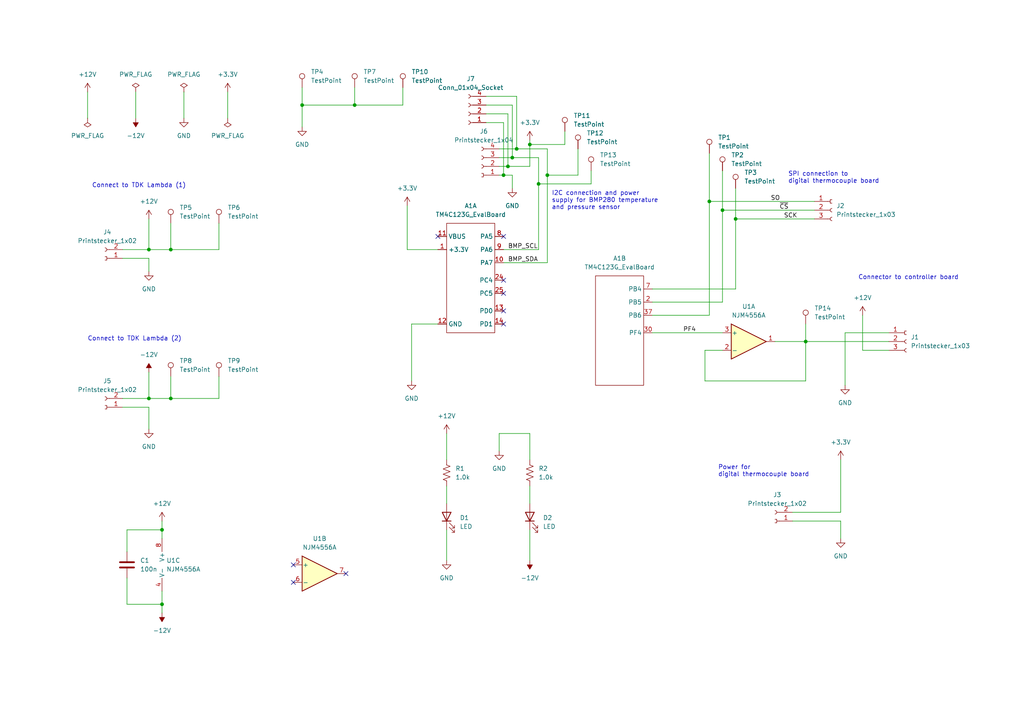
<source format=kicad_sch>
(kicad_sch (version 20230121) (generator eeschema)
  (paper "A4")
  (title_block (title "Reflow Oven Tiva and Impedance Converter") (date "2024-10-05") (rev "1.0.0") (company "Philipp Rapp"))
  (lib_symbols
    (symbol "Amplifier_Operational:NJM4556A" (pin_names (offset 0.127))
      (property "Reference" "U" (at 0 5.08 0))
      (property "Value" "NJM4556A" (at 0 -5.08 0))
      (symbol "NJM4556A_1_1"
        (polyline (pts (xy -5.08 5.08) (xy 5.08 0) (xy -5.08 -5.08) (xy -5.08 5.08)) (stroke (width 0.254)) (fill (type background)))
        (pin output line (at 7.62 0 180) (length 2.54) (name "~") (number "1"))
        (pin input line (at -7.62 -2.54 0) (length 2.54) (name "-") (number "2"))
        (pin input line (at -7.62 2.54 0) (length 2.54) (name "+") (number "3"))
      )
      (symbol "NJM4556A_2_1"
        (polyline (pts (xy -5.08 5.08) (xy 5.08 0) (xy -5.08 -5.08) (xy -5.08 5.08)) (stroke (width 0.254)) (fill (type background)))
        (pin input line (at -7.62 2.54 0) (length 2.54) (name "+") (number "5"))
        (pin input line (at -7.62 -2.54 0) (length 2.54) (name "-") (number "6"))
        (pin output line (at 7.62 0 180) (length 2.54) (name "~") (number "7"))
      )
      (symbol "NJM4556A_3_1"
        (pin power_in line (at -2.54 -7.62 90) (length 3.81) (name "V-") (number "4"))
        (pin power_in line (at -2.54 7.62 270) (length 3.81) (name "V+") (number "8"))
      )
    )
    (symbol "Connector:Conn_01x04_Socket" (pin_names (offset 1.016) hide)
      (property "Reference" "J" (at 0 5.08 0))
      (property "Value" "Conn_01x04_Socket" (at 0 -7.62 0))
      (symbol "Conn_01x04_Socket_1_1"
        (arc (start 0 -4.572) (mid -0.5058 -5.08) (end 0 -5.588) (stroke (width 0.1524)))
        (arc (start 0 -2.032) (mid -0.5058 -2.54) (end 0 -3.048) (stroke (width 0.1524)))
        (polyline (pts (xy -1.27 -5.08) (xy -0.508 -5.08)) (stroke (width 0.1524)))
        (polyline (pts (xy -1.27 -2.54) (xy -0.508 -2.54)) (stroke (width 0.1524)))
        (polyline (pts (xy -1.27 0) (xy -0.508 0)) (stroke (width 0.1524)))
        (polyline (pts (xy -1.27 2.54) (xy -0.508 2.54)) (stroke (width 0.1524)))
        (arc (start 0 0.508) (mid -0.5058 0) (end 0 -0.508) (stroke (width 0.1524)))
        (arc (start 0 3.048) (mid -0.5058 2.54) (end 0 2.032) (stroke (width 0.1524)))
        (pin passive line (at -5.08 2.54 0) (length 3.81) (name "Pin_1") (number "1"))
        (pin passive line (at -5.08 0 0) (length 3.81) (name "Pin_2") (number "2"))
        (pin passive line (at -5.08 -2.54 0) (length 3.81) (name "Pin_3") (number "3"))
        (pin passive line (at -5.08 -5.08 0) (length 3.81) (name "Pin_4") (number "4"))
      )
    )
    (symbol "Connector:TestPoint" (pin_numbers hide) (pin_names (offset 0.762) hide)
      (property "Reference" "TP" (at 0 6.858 0))
      (property "Value" "TestPoint" (at 0 5.08 0))
      (symbol "TestPoint_0_1"
        (circle (center 0 3.302) (radius 0.762))
      )
      (symbol "TestPoint_1_1"
        (pin passive line (at 0 0 90) (length 2.54) (name "1") (number "1"))
      )
    )
    (symbol "Device:C" (pin_numbers hide) (pin_names (offset 0.254))
      (property "Reference" "C" (at 0.635 2.54 0))
      (property "Value" "C" (at 0.635 -2.54 0))
      (symbol "C_0_1"
        (polyline (pts (xy -2.032 -0.762) (xy 2.032 -0.762)) (stroke (width 0.508)))
        (polyline (pts (xy -2.032 0.762) (xy 2.032 0.762)) (stroke (width 0.508)))
      )
      (symbol "C_1_1"
        (pin passive line (at 0 3.81 270) (length 2.794) (name "~") (number "1"))
        (pin passive line (at 0 -3.81 90) (length 2.794) (name "~") (number "2"))
      )
    )
    (symbol "Device:LED" (pin_numbers hide) (pin_names (offset 1.016) hide)
      (property "Reference" "D" (at 0 2.54 0))
      (property "Value" "LED" (at 0 -2.54 0))
      (symbol "LED_0_1"
        (polyline (pts (xy -1.27 -1.27) (xy -1.27 1.27)) (stroke (width 0.254)))
        (polyline (pts (xy -1.27 0) (xy 1.27 0)))
        (polyline (pts (xy 1.27 -1.27) (xy 1.27 1.27) (xy -1.27 0) (xy 1.27 -1.27)) (stroke (width 0.254)))
        (polyline (pts (xy -3.048 -0.762) (xy -4.572 -2.286) (xy -3.81 -2.286) (xy -4.572 -2.286) (xy -4.572 -1.524)))
        (polyline (pts (xy -1.778 -0.762) (xy -3.302 -2.286) (xy -2.54 -2.286) (xy -3.302 -2.286) (xy -3.302 -1.524)))
      )
      (symbol "LED_1_1"
        (pin passive line (at -3.81 0 0) (length 2.54) (name "K") (number "1"))
        (pin passive line (at 3.81 0 180) (length 2.54) (name "A") (number "2"))
      )
    )
    (symbol "Device:R_US" (pin_numbers hide) (pin_names (offset 0))
      (property "Reference" "R" (at 2.54 0 90))
      (property "Value" "R_US" (at -2.54 0 90))
      (symbol "R_US_0_1"
        (polyline (pts (xy 0 -2.286) (xy 0 -2.54)))
        (polyline (pts (xy 0 2.286) (xy 0 2.54)))
        (polyline (pts (xy 0 -0.762) (xy 1.016 -1.143) (xy 0 -1.524) (xy -1.016 -1.905) (xy 0 -2.286)))
        (polyline (pts (xy 0 0.762) (xy 1.016 0.381) (xy 0 0) (xy -1.016 -0.381) (xy 0 -0.762)))
        (polyline (pts (xy 0 2.286) (xy 1.016 1.905) (xy 0 1.524) (xy -1.016 1.143) (xy 0 0.762)))
      )
      (symbol "R_US_1_1"
        (pin passive line (at 0 3.81 270) (length 1.27) (name "~") (number "1"))
        (pin passive line (at 0 -3.81 90) (length 1.27) (name "~") (number "2"))
      )
    )
    (symbol "connectors:printstecker_1x02" (pin_names hide)
      (property "Reference" "J" (at 0 3.81 0))
      (property "Value" "Printstecker_1x02" (at -2.54 -3.81 0))
      (symbol "printstecker_1x02_0_1"
        (polyline (pts (xy 0 1.778) (xy -0.5058 1.778) (xy -0.5058 0.762) (xy 0 0.762)) (stroke (width 0.1524)))
      )
      (symbol "printstecker_1x02_1_1"
        (arc (start 0 -0.762) (mid -0.5058 -1.27) (end 0 -1.778) (stroke (width 0.1524)))
        (polyline (pts (xy -1.27 -1.27) (xy -0.508 -1.27)) (stroke (width 0.1524)))
        (polyline (pts (xy -1.27 1.27) (xy -0.508 1.27)) (stroke (width 0.1524)))
        (pin passive line (at -5.08 1.27 0) (length 3.81) (name "Pin_1") (number "1"))
        (pin passive line (at -5.08 -1.27 0) (length 3.81) (name "Pin_2") (number "2"))
      )
    )
    (symbol "connectors:printstecker_1x03" (pin_names hide)
      (property "Reference" "J" (at 0 5.08 0))
      (property "Value" "Printstecker_1x03" (at -2.54 -6.35 0))
      (symbol "printstecker_1x03_0_1"
        (polyline (pts (xy 0 3.048) (xy -0.5058 3.048) (xy -0.5058 2.032) (xy 0 2.032)) (stroke (width 0.1524)))
      )
      (symbol "printstecker_1x03_1_1"
        (arc (start 0 -2.032) (mid -0.5058 -2.54) (end 0 -3.048) (stroke (width 0.1524)))
        (polyline (pts (xy -1.27 -2.54) (xy -0.508 -2.54)) (stroke (width 0.1524)))
        (polyline (pts (xy -1.27 0) (xy -0.508 0)) (stroke (width 0.1524)))
        (polyline (pts (xy -1.27 2.54) (xy -0.508 2.54)) (stroke (width 0.1524)))
        (arc (start 0 0.508) (mid -0.5058 0) (end 0 -0.508) (stroke (width 0.1524)))
        (pin passive line (at -5.08 2.54 0) (length 3.81) (name "Pin_1") (number "1"))
        (pin passive line (at -5.08 0 0) (length 3.81) (name "Pin_2") (number "2"))
        (pin passive line (at -5.08 -2.54 0) (length 3.81) (name "Pin_3") (number "3"))
      )
    )
    (symbol "connectors:printstecker_1x04" (pin_names hide)
      (property "Reference" "J" (at 0 6.35 0))
      (property "Value" "Printstecker_1x04" (at -2.54 -7.62 0))
      (symbol "printstecker_1x04_0_1"
        (polyline (pts (xy 0 4.318) (xy -0.5058 4.318) (xy -0.5058 3.302) (xy 0 3.302)) (stroke (width 0.1524)))
      )
      (symbol "printstecker_1x04_1_1"
        (arc (start 0 -3.302) (mid -0.5058 -3.81) (end 0 -4.318) (stroke (width 0.1524)))
        (arc (start 0 -0.762) (mid -0.5058 -1.27) (end 0 -1.778) (stroke (width 0.1524)))
        (polyline (pts (xy -1.27 -3.81) (xy -0.508 -3.81)) (stroke (width 0.1524)))
        (polyline (pts (xy -1.27 -1.27) (xy -0.508 -1.27)) (stroke (width 0.1524)))
        (polyline (pts (xy -1.27 1.27) (xy -0.508 1.27)) (stroke (width 0.1524)))
        (polyline (pts (xy -1.27 3.81) (xy -0.508 3.81)) (stroke (width 0.1524)))
        (arc (start 0 1.778) (mid -0.5058 1.27) (end 0 0.762) (stroke (width 0.1524)))
        (pin passive line (at -5.08 3.81 0) (length 3.81) (name "Pin_1") (number "1"))
        (pin passive line (at -5.08 1.27 0) (length 3.81) (name "Pin_2") (number "2"))
        (pin passive line (at -5.08 -1.27 0) (length 3.81) (name "Pin_3") (number "3"))
        (pin passive line (at -5.08 -3.81 0) (length 3.81) (name "Pin_3") (number "4"))
      )
    )
    (symbol "cortex:TM4C123G_EvalBoard"
      (property "Reference" "A" (at 0 -5.08 0))
      (property "Value" "TM4C123G_EvalBoard" (at -2.54 -7.62 0))
      (symbol "TM4C123G_EvalBoard_0_1"
        (rectangle (start -6.35 19.05) (end 7.62 -12.7))
      )
      (symbol "TM4C123G_EvalBoard_1_1"
        (pin power_in line (at -8.89 11.43 0) (length 2.54) (name "+3.3V") (number "1"))
        (pin bidirectional line (at 10.16 7.62 180) (length 2.54) (name "PA7") (number "10"))
        (pin power_in line (at -8.89 15.24 0) (length 2.54) (name "VBUS") (number "11"))
        (pin power_in line (at -8.89 -10.16 0) (length 2.54) (name "GND") (number "12"))
        (pin bidirectional line (at 10.16 -6.35 180) (length 2.54) (name "PD0") (number "13"))
        (pin bidirectional line (at 10.16 -10.16 180) (length 2.54) (name "PD1") (number "14"))
        (pin bidirectional line (at 10.16 2.54 180) (length 2.54) (name "PC4") (number "24"))
        (pin bidirectional line (at 10.16 -1.27 180) (length 2.54) (name "PC5") (number "25"))
        (pin power_in line (at -8.89 -10.16 0) (length 2.54) hide (name "GND") (number "31"))
        (pin bidirectional line (at 10.16 15.24 180) (length 2.54) (name "PA5") (number "8"))
        (pin bidirectional line (at 10.16 11.43 180) (length 2.54) (name "PA6") (number "9"))
      )
      (symbol "TM4C123G_EvalBoard_2_1"
        (pin bidirectional line (at 10.16 11.43 180) (length 2.54) (name "PB5") (number "2"))
        (pin bidirectional line (at 10.16 2.54 180) (length 2.54) (name "PF4") (number "30"))
        (pin bidirectional line (at 10.16 7.62 180) (length 2.54) (name "PB6") (number "37"))
        (pin bidirectional line (at 10.16 15.24 180) (length 2.54) (name "PB4") (number "7"))
      )
    )
    (symbol "power:+12V" (power) (pin_names (offset 0))
      (property "Value" "+12V" (at 0 3.556 0))
      (symbol "+12V_0_1"
        (polyline (pts (xy -0.762 1.27) (xy 0 2.54)))
        (polyline (pts (xy 0 0) (xy 0 2.54)))
        (polyline (pts (xy 0 2.54) (xy 0.762 1.27)))
      )
      (symbol "+12V_1_1"
        (pin power_in line (at 0 0 90) (length 0) hide (name "+12V") (number "1"))
      )
    )
    (symbol "power:+3.3V" (power) (pin_names (offset 0))
      (property "Value" "+3.3V" (at 0 3.556 0))
      (symbol "+3.3V_0_1"
        (polyline (pts (xy -0.762 1.27) (xy 0 2.54)))
        (polyline (pts (xy 0 0) (xy 0 2.54)))
        (polyline (pts (xy 0 2.54) (xy 0.762 1.27)))
      )
      (symbol "+3.3V_1_1"
        (pin power_in line (at 0 0 90) (length 0) hide (name "+3.3V") (number "1"))
      )
    )
    (symbol "power:-12V" (power) (pin_names (offset 0))
      (property "Value" "-12V" (at 0 3.81 0))
      (symbol "-12V_0_0"
        (pin power_in line (at 0 0 90) (length 0) hide (name "-12V") (number "1"))
      )
      (symbol "-12V_0_1"
        (polyline (pts (xy 0 0) (xy 0 1.27) (xy 0.762 1.27) (xy 0 2.54) (xy -0.762 1.27) (xy 0 1.27)) (fill (type outline)))
      )
    )
    (symbol "power:GND" (power) (pin_names (offset 0))
      (property "Value" "GND" (at 0 -3.81 0))
      (symbol "GND_0_1"
        (polyline (pts (xy 0 0) (xy 0 -1.27) (xy 1.27 -1.27) (xy 0 -2.54) (xy -1.27 -1.27) (xy 0 -1.27)))
      )
      (symbol "GND_1_1"
        (pin power_in line (at 0 0 270) (length 0) hide (name "GND") (number "1"))
      )
    )
    (symbol "power:PWR_FLAG" (power) (pin_numbers hide) (pin_names (offset 0) hide)
      (property "Value" "PWR_FLAG" (at 0 3.81 0))
      (symbol "PWR_FLAG_0_0"
        (pin power_out line (at 0 0 90) (length 0) (name "pwr") (number "1"))
      )
      (symbol "PWR_FLAG_0_1"
        (polyline (pts (xy 0 0) (xy 0 1.27) (xy -1.016 1.905) (xy 0 2.54) (xy 1.016 1.905) (xy 0 1.27)))
      )
    )
  )
  (junction (at 149.86 43.18))
  (junction (at 213.36 63.5))
  (junction (at 43.18 115.57))
  (junction (at 46.99 175.26))
  (junction (at 147.32 48.26))
  (junction (at 49.53 72.39))
  (junction (at 102.87 30.48))
  (junction (at 209.55 60.96))
  (junction (at 49.53 115.57))
  (junction (at 156.21 53.34))
  (junction (at 146.05 50.8))
  (junction (at 148.59 45.72))
  (junction (at 43.18 72.39))
  (junction (at 87.63 30.48))
  (junction (at 46.99 153.67))
  (junction (at 205.74 58.42))
  (junction (at 233.68 99.06))
  (junction (at 153.67 41.91))
  (junction (at 158.75 50.8))
  (no_connect (at 146.05 68.58))
  (no_connect (at 146.05 85.09))
  (no_connect (at 146.05 90.17))
  (no_connect (at 146.05 81.28))
  (no_connect (at 146.05 93.98))
  (no_connect (at 100.33 166.37))
  (no_connect (at 127 68.58))
  (no_connect (at 85.09 168.91))
  (no_connect (at 85.09 163.83))
  (wire (pts (xy 171.45 49.53) (xy 171.45 53.34)))
  (wire (pts (xy 158.75 76.2) (xy 146.05 76.2)))
  (wire (pts (xy 146.05 35.56) (xy 146.05 50.8)))
  (wire (pts (xy 148.59 50.8) (xy 148.59 54.61)))
  (wire (pts (xy 148.59 45.72) (xy 156.21 45.72)))
  (wire (pts (xy 250.19 101.6) (xy 257.81 101.6)))
  (wire (pts (xy 205.74 58.42) (xy 205.74 91.44)))
  (wire (pts (xy 46.99 151.13) (xy 46.99 153.67)))
  (wire (pts (xy 43.18 118.11) (xy 43.18 124.46)))
  (wire (pts (xy 153.67 41.91) (xy 153.67 48.26)))
  (wire (pts (xy 35.56 118.11) (xy 43.18 118.11)))
  (wire (pts (xy 167.64 43.18) (xy 167.64 50.8)))
  (wire (pts (xy 43.18 74.93) (xy 43.18 78.74)))
  (wire (pts (xy 204.47 101.6) (xy 209.55 101.6)))
  (wire (pts (xy 209.55 60.96) (xy 209.55 87.63)))
  (wire (pts (xy 140.97 33.02) (xy 147.32 33.02)))
  (wire (pts (xy 147.32 48.26) (xy 144.78 48.26)))
  (wire (pts (xy 36.83 153.67) (xy 36.83 160.02)))
  (wire (pts (xy 209.55 87.63) (xy 189.23 87.63)))
  (wire (pts (xy 119.38 93.98) (xy 119.38 110.49)))
  (wire (pts (xy 118.11 59.69) (xy 118.11 72.39)))
  (wire (pts (xy 53.34 26.67) (xy 53.34 34.29)))
  (wire (pts (xy 213.36 63.5) (xy 213.36 83.82)))
  (wire (pts (xy 229.87 148.59) (xy 243.84 148.59)))
  (wire (pts (xy 35.56 74.93) (xy 43.18 74.93)))
  (wire (pts (xy 127 93.98) (xy 119.38 93.98)))
  (wire (pts (xy 140.97 35.56) (xy 146.05 35.56)))
  (wire (pts (xy 245.11 96.52) (xy 245.11 111.76)))
  (wire (pts (xy 213.36 54.61) (xy 213.36 63.5)))
  (wire (pts (xy 49.53 64.77) (xy 49.53 72.39)))
  (wire (pts (xy 43.18 107.95) (xy 43.18 115.57)))
  (wire (pts (xy 43.18 72.39) (xy 35.56 72.39)))
  (wire (pts (xy 63.5 109.22) (xy 63.5 115.57)))
  (wire (pts (xy 205.74 91.44) (xy 189.23 91.44)))
  (wire (pts (xy 224.79 99.06) (xy 233.68 99.06)))
  (wire (pts (xy 43.18 63.5) (xy 43.18 72.39)))
  (wire (pts (xy 156.21 45.72) (xy 156.21 53.34)))
  (wire (pts (xy 147.32 33.02) (xy 147.32 48.26)))
  (wire (pts (xy 46.99 175.26) (xy 36.83 175.26)))
  (wire (pts (xy 158.75 43.18) (xy 158.75 50.8)))
  (wire (pts (xy 233.68 99.06) (xy 257.81 99.06)))
  (wire (pts (xy 189.23 96.52) (xy 209.55 96.52)))
  (wire (pts (xy 129.54 125.73) (xy 129.54 133.35)))
  (wire (pts (xy 233.68 93.98) (xy 233.68 99.06)))
  (wire (pts (xy 213.36 63.5) (xy 236.22 63.5)))
  (wire (pts (xy 148.59 30.48) (xy 148.59 45.72)))
  (wire (pts (xy 46.99 153.67) (xy 46.99 156.21)))
  (wire (pts (xy 140.97 30.48) (xy 148.59 30.48)))
  (wire (pts (xy 39.37 26.67) (xy 39.37 34.29)))
  (wire (pts (xy 43.18 115.57) (xy 35.56 115.57)))
  (wire (pts (xy 118.11 72.39) (xy 127 72.39)))
  (wire (pts (xy 144.78 50.8) (xy 146.05 50.8)))
  (wire (pts (xy 144.78 43.18) (xy 149.86 43.18)))
  (wire (pts (xy 153.67 140.97) (xy 153.67 146.05)))
  (wire (pts (xy 102.87 30.48) (xy 87.63 30.48)))
  (wire (pts (xy 116.84 25.4) (xy 116.84 30.48)))
  (wire (pts (xy 257.81 96.52) (xy 245.11 96.52)))
  (wire (pts (xy 163.83 38.1) (xy 163.83 41.91)))
  (wire (pts (xy 49.53 115.57) (xy 43.18 115.57)))
  (wire (pts (xy 36.83 175.26) (xy 36.83 167.64)))
  (wire (pts (xy 156.21 53.34) (xy 156.21 72.39)))
  (wire (pts (xy 163.83 41.91) (xy 153.67 41.91)))
  (wire (pts (xy 129.54 153.67) (xy 129.54 162.56)))
  (wire (pts (xy 46.99 175.26) (xy 46.99 177.8)))
  (wire (pts (xy 46.99 171.45) (xy 46.99 175.26)))
  (wire (pts (xy 209.55 60.96) (xy 236.22 60.96)))
  (wire (pts (xy 87.63 25.4) (xy 87.63 30.48)))
  (wire (pts (xy 153.67 153.67) (xy 153.67 162.56)))
  (wire (pts (xy 233.68 110.49) (xy 204.47 110.49)))
  (wire (pts (xy 153.67 48.26) (xy 147.32 48.26)))
  (wire (pts (xy 49.53 72.39) (xy 43.18 72.39)))
  (wire (pts (xy 250.19 91.44) (xy 250.19 101.6)))
  (wire (pts (xy 63.5 64.77) (xy 63.5 72.39)))
  (wire (pts (xy 156.21 53.34) (xy 171.45 53.34)))
  (wire (pts (xy 49.53 109.22) (xy 49.53 115.57)))
  (wire (pts (xy 140.97 27.94) (xy 149.86 27.94)))
  (wire (pts (xy 63.5 72.39) (xy 49.53 72.39)))
  (wire (pts (xy 167.64 50.8) (xy 158.75 50.8)))
  (wire (pts (xy 204.47 110.49) (xy 204.47 101.6)))
  (wire (pts (xy 243.84 148.59) (xy 243.84 133.35)))
  (wire (pts (xy 149.86 27.94) (xy 149.86 43.18)))
  (wire (pts (xy 102.87 25.4) (xy 102.87 30.48)))
  (wire (pts (xy 46.99 153.67) (xy 36.83 153.67)))
  (wire (pts (xy 63.5 115.57) (xy 49.53 115.57)))
  (wire (pts (xy 144.78 45.72) (xy 148.59 45.72)))
  (wire (pts (xy 66.04 26.67) (xy 66.04 34.29)))
  (wire (pts (xy 149.86 43.18) (xy 158.75 43.18)))
  (wire (pts (xy 153.67 125.73) (xy 153.67 133.35)))
  (wire (pts (xy 213.36 83.82) (xy 189.23 83.82)))
  (wire (pts (xy 209.55 49.53) (xy 209.55 60.96)))
  (wire (pts (xy 229.87 151.13) (xy 243.84 151.13)))
  (wire (pts (xy 156.21 72.39) (xy 146.05 72.39)))
  (wire (pts (xy 25.4 26.67) (xy 25.4 34.29)))
  (wire (pts (xy 205.74 58.42) (xy 236.22 58.42)))
  (wire (pts (xy 87.63 30.48) (xy 87.63 36.83)))
  (wire (pts (xy 144.78 125.73) (xy 153.67 125.73)))
  (wire (pts (xy 243.84 151.13) (xy 243.84 156.21)))
  (wire (pts (xy 129.54 140.97) (xy 129.54 146.05)))
  (wire (pts (xy 233.68 99.06) (xy 233.68 110.49)))
  (wire (pts (xy 144.78 130.81) (xy 144.78 125.73)))
  (wire (pts (xy 205.74 44.45) (xy 205.74 58.42)))
  (wire (pts (xy 116.84 30.48) (xy 102.87 30.48)))
  (wire (pts (xy 158.75 50.8) (xy 158.75 76.2)))
  (wire (pts (xy 146.05 50.8) (xy 148.59 50.8)))
  (wire (pts (xy 153.67 40.64) (xy 153.67 41.91)))
  (text "Power for\ndigital thermocouple board" (at 208.28 138.43 0) (effects (font (size 1.27 1.27)) (justify left bottom)))
  (text "I2C connection and power\nsupply for BMP280 temperature\nand pressure sensor" (at 160.02 60.96 0) (effects (font (size 1.27 1.27)) (justify left bottom)))
  (text "Connect to TDK Lambda (2)" (at 25.4 99.06 0) (effects (font (size 1.27 1.27)) (justify left bottom)))
  (text "Connect to TDK Lambda (1)" (at 26.67 54.61 0) (effects (font (size 1.27 1.27)) (justify left bottom)))
  (text "Connector to controller board" (at 248.92 81.28 0) (effects (font (size 1.27 1.27)) (justify left bottom)))
  (text "SPI connection to\ndigital thermocouple board" (at 228.6 53.34 0) (effects (font (size 1.27 1.27)) (justify left bottom)))
  (label "SCK" (at 227.33 63.5 0))
  (label "BMP_SDA" (at 147.32 76.2 0))
  (label "PF4" (at 198.12 96.52 0))
  (label "SO" (at 223.52 58.42 0))
  (label "BMP_SCL" (at 147.32 72.39 0))
  (label "~{CS}" (at 226.06 60.96 0))
  (symbol (lib_id "Device:R_US") (at 129.54 137.16 0) (unit 1)
    (property "Reference" "R1" (at 132.08 135.89 0) (effects (justify left)))
    (property "Value" "1.0k" (at 132.08 138.43 0) (effects (justify left)))
    (property "Footprint" "Resistor_THT:R_Axial_DIN0207_L6.3mm_D2.5mm_P10.16mm_Horizontal" (effects hide))
  )
  (symbol (lib_id "Device:LED") (at 129.54 149.86 90) (unit 1)
    (property "Reference" "D1" (at 133.35 150.1775 90) (effects (justify right)))
    (property "Value" "LED" (at 133.35 152.7175 90) (effects (justify right)))
    (property "Footprint" "LED_THT:LED_D5.0mm" (effects hide))
  )
  (symbol (lib_id "Device:C") (at 36.83 163.83 0) (unit 1)
    (property "Reference" "C1" (at 40.64 162.56 0) (effects (justify left)))
    (property "Value" "100n" (at 40.64 165.1 0) (effects (justify left)))
    (property "Footprint" "Capacitor_THT:C_Disc_D5.0mm_W2.5mm_P2.50mm" (effects hide))
  )
  (symbol (lib_id "power:PWR_FLAG") (at 39.37 26.67 0) (unit 1)
    (property "Reference" "#FLG03" (effects hide))
    (property "Value" "PWR_FLAG" (at 39.37 21.59 0))
  )
  (symbol (lib_id "Connector:TestPoint") (at 233.68 93.98 0) (unit 1)
    (property "Reference" "TP14" (at 236.22 89.408 0) (effects (justify left)))
    (property "Value" "TestPoint" (at 236.22 91.948 0) (effects (justify left)))
    (property "Footprint" "TestPoint:TestPoint_Pad_2.0x2.0mm" (effects hide))
  )
  (symbol (lib_id "power:+3.3V") (at 118.11 59.69 0) (unit 1)
    (property "Reference" "#PWR010" (effects hide))
    (property "Value" "+3.3V" (at 118.11 54.61 0))
  )
  (symbol (lib_id "power:-12V") (at 46.99 177.8 180) (unit 1)
    (property "Reference" "#PWR05" (effects hide))
    (property "Value" "-12V" (at 46.99 182.88 0))
  )
  (symbol (lib_id "Connector:TestPoint") (at 63.5 109.22 0) (unit 1)
    (property "Reference" "TP9" (at 66.04 104.648 0) (effects (justify left)))
    (property "Value" "TestPoint" (at 66.04 107.188 0) (effects (justify left)))
    (property "Footprint" "TestPoint:TestPoint_Pad_2.0x2.0mm" (effects hide))
  )
  (symbol (lib_id "cortex:TM4C123G_EvalBoard") (at 179.07 99.06 0) (unit 2)
    (property "Reference" "A1" (at 179.705 74.93 0))
    (property "Value" "TM4C123G_EvalBoard" (at 179.705 77.47 0))
    (property "Footprint" "cortex:TM4C123G_EvalBoard" (effects hide))
  )
  (symbol (lib_id "power:+12V") (at 25.4 26.67 0) (unit 1)
    (property "Reference" "#PWR02" (effects hide))
    (property "Value" "+12V" (at 25.4 21.59 0))
  )
  (symbol (lib_id "power:-12V") (at 39.37 34.29 180) (unit 1)
    (property "Reference" "#PWR03" (effects hide))
    (property "Value" "-12V" (at 39.37 39.37 0))
  )
  (symbol (lib_id "power:+12V") (at 43.18 63.5 0) (unit 1)
    (property "Reference" "#PWR011" (effects hide))
    (property "Value" "+12V" (at 43.18 58.42 0))
  )
  (symbol (lib_id "Connector:TestPoint") (at 167.64 43.18 0) (unit 1)
    (property "Reference" "TP12" (at 170.18 38.608 0) (effects (justify left)))
    (property "Value" "TestPoint" (at 170.18 41.148 0) (effects (justify left)))
    (property "Footprint" "TestPoint:TestPoint_Pad_2.0x2.0mm" (effects hide))
  )
  (symbol (lib_id "Amplifier_Operational:NJM4556A") (at 217.17 99.06 0) (unit 1)
    (property "Reference" "U1" (at 217.17 88.9 0))
    (property "Value" "NJM4556A" (at 217.17 91.44 0))
    (property "Footprint" "Package_DIP:DIP-8_W7.62mm" (effects hide))
    (property "Datasheet" "http://www.njr.com/semicon/PDF/NJM4556A_E.pdf" (effects hide))
  )
  (symbol (lib_id "power:+3.3V") (at 66.04 26.67 0) (unit 1)
    (property "Reference" "#PWR09" (effects hide))
    (property "Value" "+3.3V" (at 66.04 21.59 0))
  )
  (symbol (lib_id "connectors:printstecker_1x03") (at 241.3 60.96 0) (unit 1)
    (property "Reference" "J2" (at 242.57 59.69 0) (effects (justify left)))
    (property "Value" "Printstecker_1x03" (at 242.57 62.23 0) (effects (justify left)))
    (property "Footprint" "connectors:printstecker_1x03_P2.54mm" (effects hide))
  )
  (symbol (lib_id "cortex:TM4C123G_EvalBoard") (at 135.89 83.82 0) (unit 1)
    (property "Reference" "A1" (at 136.525 59.69 0))
    (property "Value" "TM4C123G_EvalBoard" (at 136.525 62.23 0))
    (property "Footprint" "cortex:TM4C123G_EvalBoard" (effects hide))
  )
  (symbol (lib_id "power:GND") (at 53.34 34.29 0) (unit 1)
    (property "Reference" "#PWR08" (effects hide))
    (property "Value" "GND" (at 53.34 39.37 0))
  )
  (symbol (lib_id "Connector:Conn_01x04_Socket") (at 135.89 33.02 180) (unit 1)
    (property "Reference" "J7" (at 136.525 22.86 0))
    (property "Value" "Conn_01x04_Socket" (at 136.525 25.4 0))
    (property "Footprint" "Connector_PinSocket_2.54mm:PinSocket_1x04_P2.54mm_Vertical" (effects hide))
  )
  (symbol (lib_id "Amplifier_Operational:NJM4556A") (at 92.71 166.37 0) (unit 2)
    (property "Reference" "U1" (at 92.71 156.21 0))
    (property "Value" "NJM4556A" (at 92.71 158.75 0))
    (property "Footprint" "Package_DIP:DIP-8_W7.62mm" (effects hide))
    (property "Datasheet" "http://www.njr.com/semicon/PDF/NJM4556A_E.pdf" (effects hide))
  )
  (symbol (lib_id "power:+12V") (at 129.54 125.73 0) (unit 1)
    (property "Reference" "#PWR020" (effects hide))
    (property "Value" "+12V" (at 129.54 120.65 0))
  )
  (symbol (lib_id "connectors:printstecker_1x02") (at 30.48 116.84 180) (unit 1)
    (property "Reference" "J5" (at 31.115 110.49 0))
    (property "Value" "Printstecker_1x02" (at 31.115 113.03 0))
    (property "Footprint" "connectors:printstecker_1x02_P2.54mm" (effects hide))
  )
  (symbol (lib_id "power:GND") (at 87.63 36.83 0) (unit 1)
    (property "Reference" "#PWR015" (effects hide))
    (property "Value" "GND" (at 87.63 41.91 0))
  )
  (symbol (lib_id "Connector:TestPoint") (at 102.87 25.4 0) (unit 1)
    (property "Reference" "TP7" (at 105.41 20.828 0) (effects (justify left)))
    (property "Value" "TestPoint" (at 105.41 23.368 0) (effects (justify left)))
    (property "Footprint" "TestPoint:TestPoint_Plated_Hole_D2.0mm" (effects hide))
  )
  (symbol (lib_id "connectors:printstecker_1x02") (at 30.48 73.66 180) (unit 1)
    (property "Reference" "J4" (at 31.115 67.31 0))
    (property "Value" "Printstecker_1x02" (at 31.115 69.85 0))
    (property "Footprint" "connectors:printstecker_1x02_P2.54mm" (effects hide))
  )
  (symbol (lib_id "Connector:TestPoint") (at 171.45 49.53 0) (unit 1)
    (property "Reference" "TP13" (at 173.99 44.958 0) (effects (justify left)))
    (property "Value" "TestPoint" (at 173.99 47.498 0) (effects (justify left)))
    (property "Footprint" "TestPoint:TestPoint_Pad_2.0x2.0mm" (effects hide))
  )
  (symbol (lib_id "power:PWR_FLAG") (at 25.4 34.29 180) (unit 1)
    (property "Reference" "#FLG01" (effects hide))
    (property "Value" "PWR_FLAG" (at 25.4 39.37 0))
  )
  (symbol (lib_id "power:GND") (at 119.38 110.49 0) (unit 1)
    (property "Reference" "#PWR01" (effects hide))
    (property "Value" "GND" (at 119.38 115.57 0))
  )
  (symbol (lib_id "Connector:TestPoint") (at 213.36 54.61 0) (unit 1)
    (property "Reference" "TP3" (at 215.9 50.038 0) (effects (justify left)))
    (property "Value" "TestPoint" (at 215.9 52.578 0) (effects (justify left)))
    (property "Footprint" "TestPoint:TestPoint_Pad_2.0x2.0mm" (effects hide))
  )
  (symbol (lib_id "Connector:TestPoint") (at 63.5 64.77 0) (unit 1)
    (property "Reference" "TP6" (at 66.04 60.198 0) (effects (justify left)))
    (property "Value" "TestPoint" (at 66.04 62.738 0) (effects (justify left)))
    (property "Footprint" "TestPoint:TestPoint_Pad_2.0x2.0mm" (effects hide))
  )
  (symbol (lib_id "power:+12V") (at 250.19 91.44 0) (unit 1)
    (property "Reference" "#PWR07" (effects hide))
    (property "Value" "+12V" (at 250.19 86.36 0))
  )
  (symbol (lib_id "connectors:printstecker_1x02") (at 224.79 149.86 180) (unit 1)
    (property "Reference" "J3" (at 225.425 143.51 0))
    (property "Value" "Printstecker_1x02" (at 225.425 146.05 0))
    (property "Footprint" "connectors:printstecker_1x02_P2.54mm" (effects hide))
  )
  (symbol (lib_id "power:-12V") (at 43.18 107.95 0) (unit 1)
    (property "Reference" "#PWR014" (effects hide))
    (property "Value" "-12V" (at 43.18 102.87 0))
  )
  (symbol (lib_id "power:PWR_FLAG") (at 66.04 34.29 180) (unit 1)
    (property "Reference" "#FLG04" (effects hide))
    (property "Value" "PWR_FLAG" (at 66.04 39.37 0))
  )
  (symbol (lib_id "Connector:TestPoint") (at 116.84 25.4 0) (unit 1)
    (property "Reference" "TP10" (at 119.38 20.828 0) (effects (justify left)))
    (property "Value" "TestPoint" (at 119.38 23.368 0) (effects (justify left)))
    (property "Footprint" "TestPoint:TestPoint_Plated_Hole_D2.0mm" (effects hide))
  )
  (symbol (lib_id "power:GND") (at 245.11 111.76 0) (unit 1)
    (property "Reference" "#PWR06" (effects hide))
    (property "Value" "GND" (at 245.11 116.84 0))
  )
  (symbol (lib_id "Connector:TestPoint") (at 49.53 64.77 0) (unit 1)
    (property "Reference" "TP5" (at 52.07 60.198 0) (effects (justify left)))
    (property "Value" "TestPoint" (at 52.07 62.738 0) (effects (justify left)))
    (property "Footprint" "TestPoint:TestPoint_Plated_Hole_D2.0mm" (effects hide))
  )
  (symbol (lib_id "Connector:TestPoint") (at 49.53 109.22 0) (unit 1)
    (property "Reference" "TP8" (at 52.07 104.648 0) (effects (justify left)))
    (property "Value" "TestPoint" (at 52.07 107.188 0) (effects (justify left)))
    (property "Footprint" "TestPoint:TestPoint_Plated_Hole_D2.0mm" (effects hide))
  )
  (symbol (lib_id "Connector:TestPoint") (at 87.63 25.4 0) (unit 1)
    (property "Reference" "TP4" (at 90.17 20.828 0) (effects (justify left)))
    (property "Value" "TestPoint" (at 90.17 23.368 0) (effects (justify left)))
    (property "Footprint" "TestPoint:TestPoint_Plated_Hole_D2.0mm" (effects hide))
  )
  (symbol (lib_id "power:GND") (at 144.78 130.81 0) (unit 1)
    (property "Reference" "#PWR022" (effects hide))
    (property "Value" "GND" (at 144.78 135.89 0))
  )
  (symbol (lib_id "power:GND") (at 43.18 124.46 0) (unit 1)
    (property "Reference" "#PWR013" (effects hide))
    (property "Value" "GND" (at 43.18 129.54 0))
  )
  (symbol (lib_id "power:PWR_FLAG") (at 53.34 26.67 0) (unit 1)
    (property "Reference" "#FLG02" (effects hide))
    (property "Value" "PWR_FLAG" (at 53.34 21.59 0))
  )
  (symbol (lib_id "Device:LED") (at 153.67 149.86 90) (unit 1)
    (property "Reference" "D2" (at 157.48 150.1775 90) (effects (justify right)))
    (property "Value" "LED" (at 157.48 152.7175 90) (effects (justify right)))
    (property "Footprint" "LED_THT:LED_D5.0mm" (effects hide))
  )
  (symbol (lib_id "power:+3.3V") (at 243.84 133.35 0) (unit 1)
    (property "Reference" "#PWR016" (effects hide))
    (property "Value" "+3.3V" (at 243.84 128.27 0))
  )
  (symbol (lib_id "power:+12V") (at 46.99 151.13 0) (unit 1)
    (property "Reference" "#PWR04" (effects hide))
    (property "Value" "+12V" (at 46.99 146.05 0))
  )
  (symbol (lib_id "connectors:printstecker_1x04") (at 139.7 46.99 180) (unit 1)
    (property "Reference" "J6" (at 140.335 38.1 0))
    (property "Value" "Printstecker_1x04" (at 140.335 40.64 0))
    (property "Footprint" "connectors:printstecker_1x04_P2.54mm" (effects hide))
  )
  (symbol (lib_id "Amplifier_Operational:NJM4556A") (at 49.53 163.83 0) (unit 3)
    (property "Reference" "U1" (at 48.26 162.56 0) (effects (justify left)))
    (property "Value" "NJM4556A" (at 48.26 165.1 0) (effects (justify left)))
    (property "Footprint" "Package_DIP:DIP-8_W7.62mm" (effects hide))
    (property "Datasheet" "http://www.njr.com/semicon/PDF/NJM4556A_E.pdf" (effects hide))
  )
  (symbol (lib_id "Connector:TestPoint") (at 163.83 38.1 0) (unit 1)
    (property "Reference" "TP11" (at 166.37 33.528 0) (effects (justify left)))
    (property "Value" "TestPoint" (at 166.37 36.068 0) (effects (justify left)))
    (property "Footprint" "TestPoint:TestPoint_Pad_2.0x2.0mm" (effects hide))
  )
  (symbol (lib_id "power:GND") (at 43.18 78.74 0) (unit 1)
    (property "Reference" "#PWR012" (effects hide))
    (property "Value" "GND" (at 43.18 83.82 0))
  )
  (symbol (lib_id "power:-12V") (at 153.67 162.56 180) (unit 1)
    (property "Reference" "#PWR023" (effects hide))
    (property "Value" "-12V" (at 153.67 167.64 0))
  )
  (symbol (lib_id "power:GND") (at 148.59 54.61 0) (unit 1)
    (property "Reference" "#PWR018" (effects hide))
    (property "Value" "GND" (at 148.59 59.69 0))
  )
  (symbol (lib_id "Connector:TestPoint") (at 205.74 44.45 0) (unit 1)
    (property "Reference" "TP1" (at 208.28 39.878 0) (effects (justify left)))
    (property "Value" "TestPoint" (at 208.28 42.418 0) (effects (justify left)))
    (property "Footprint" "TestPoint:TestPoint_Pad_2.0x2.0mm" (effects hide))
  )
  (symbol (lib_id "Connector:TestPoint") (at 209.55 49.53 0) (unit 1)
    (property "Reference" "TP2" (at 212.09 44.958 0) (effects (justify left)))
    (property "Value" "TestPoint" (at 212.09 47.498 0) (effects (justify left)))
    (property "Footprint" "TestPoint:TestPoint_Pad_2.0x2.0mm" (effects hide))
  )
  (symbol (lib_id "power:GND") (at 129.54 162.56 0) (unit 1)
    (property "Reference" "#PWR021" (effects hide))
    (property "Value" "GND" (at 129.54 167.64 0))
  )
  (symbol (lib_id "Device:R_US") (at 153.67 137.16 0) (unit 1)
    (property "Reference" "R2" (at 156.21 135.89 0) (effects (justify left)))
    (property "Value" "1.0k" (at 156.21 138.43 0) (effects (justify left)))
    (property "Footprint" "Resistor_THT:R_Axial_DIN0207_L6.3mm_D2.5mm_P10.16mm_Horizontal" (effects hide))
  )
  (symbol (lib_id "connectors:printstecker_1x03") (at 262.89 99.06 0) (unit 1)
    (property "Reference" "J1" (at 264.16 97.79 0) (effects (justify left)))
    (property "Value" "Printstecker_1x03" (at 264.16 100.33 0) (effects (justify left)))
    (property "Footprint" "connectors:printstecker_1x03_P2.54mm" (effects hide))
  )
  (symbol (lib_id "power:GND") (at 243.84 156.21 0) (unit 1)
    (property "Reference" "#PWR017" (effects hide))
    (property "Value" "GND" (at 243.84 161.29 0))
  )
  (symbol (lib_id "power:+3.3V") (at 153.67 40.64 0) (unit 1)
    (property "Reference" "#PWR019" (effects hide))
    (property "Value" "+3.3V" (at 153.67 35.56 0))
  )
)
</source>
